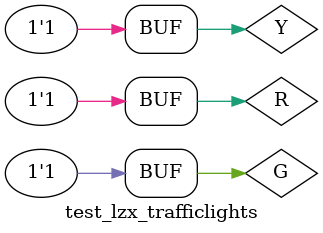
<source format=v>
`timescale 1ns / 1ps

module test_lzx_trafficlights;

    reg R, Y, G;
    wire Z;

    lzx_trafficlights u4 (
        .R(R),
        .Y(Y),
        .G(G),
        .Z(Z)
    );

    initial begin

        R = 0; Y = 0; G = 0; #20; //none

        R = 0; Y = 0; G = 1; #20; //ok
        R = 0; Y = 1; G = 0; #20;
        R = 1; Y = 0; G = 0; #20;

        R = 1; Y = 1; G = 0; #20; //two
        R = 1; Y = 0; G = 1; #20;
        R = 0; Y = 1; G = 1; #20;
        R = 1; Y = 1; G = 1; #20; //three

    end

endmodule
</source>
